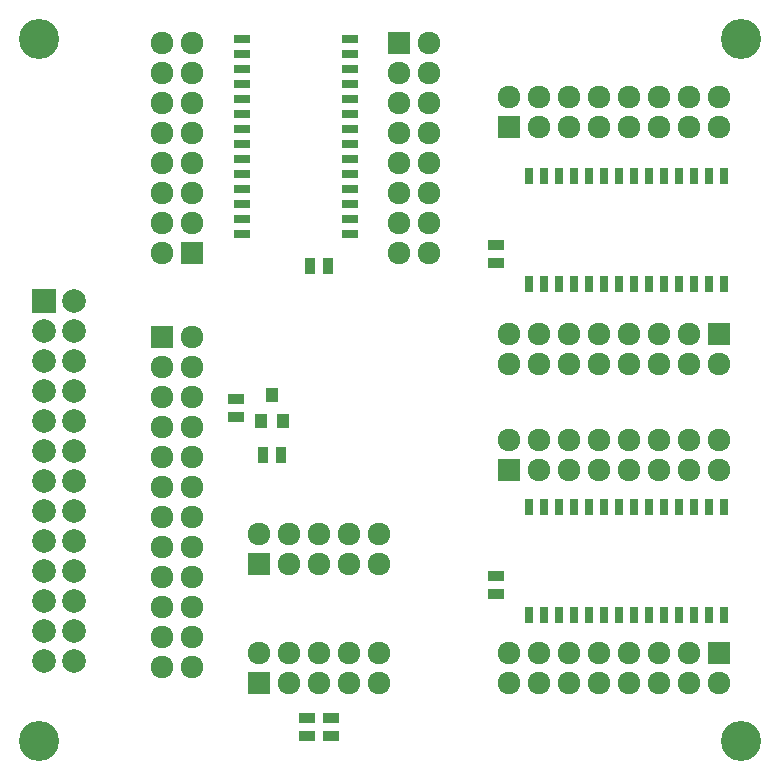
<source format=gts>
%FSLAX34Y34*%
G04 Gerber Fmt 3.4, Leading zero omitted, Abs format*
G04 (created by PCBNEW (2014-04-07 BZR 4791)-product) date Tue 13 May 2014 05:09:50 PM CEST*
%MOIN*%
G01*
G70*
G90*
G04 APERTURE LIST*
%ADD10C,0.003937*%
%ADD11R,0.075874X0.075874*%
%ADD12O,0.075874X0.075874*%
%ADD13C,0.133874*%
%ADD14R,0.052874X0.032874*%
%ADD15R,0.078740X0.078740*%
%ADD16C,0.078740*%
%ADD17R,0.032874X0.052874*%
%ADD18R,0.039374X0.047274*%
%ADD19R,0.027874X0.057874*%
%ADD20R,0.057874X0.027874*%
G04 APERTURE END LIST*
G54D10*
G54D11*
X36720Y-37751D03*
G54D12*
X35720Y-37751D03*
X36720Y-36751D03*
X35720Y-36751D03*
X36720Y-35751D03*
X35720Y-35751D03*
X36720Y-34751D03*
X35720Y-34751D03*
X36720Y-33751D03*
X35720Y-33751D03*
X36720Y-32751D03*
X35720Y-32751D03*
X36720Y-31751D03*
X35720Y-31751D03*
X36720Y-30751D03*
X35720Y-30751D03*
G54D11*
X43594Y-30751D03*
G54D12*
X44594Y-30751D03*
X43594Y-31751D03*
X44594Y-31751D03*
X43594Y-32751D03*
X44594Y-32751D03*
X43594Y-33751D03*
X44594Y-33751D03*
X43594Y-34751D03*
X44594Y-34751D03*
X43594Y-35751D03*
X44594Y-35751D03*
X43594Y-36751D03*
X44594Y-36751D03*
X43594Y-37751D03*
X44594Y-37751D03*
G54D11*
X47287Y-33570D03*
G54D12*
X47287Y-32570D03*
X48287Y-33570D03*
X48287Y-32570D03*
X49287Y-33570D03*
X49287Y-32570D03*
X50287Y-33570D03*
X50287Y-32570D03*
X51287Y-33570D03*
X51287Y-32570D03*
X52287Y-33570D03*
X52287Y-32570D03*
X53287Y-33570D03*
X53287Y-32570D03*
X54287Y-33570D03*
X54287Y-32570D03*
G54D11*
X54287Y-40444D03*
G54D12*
X54287Y-41444D03*
X53287Y-40444D03*
X53287Y-41444D03*
X52287Y-40444D03*
X52287Y-41444D03*
X51287Y-40444D03*
X51287Y-41444D03*
X50287Y-40444D03*
X50287Y-41444D03*
X49287Y-40444D03*
X49287Y-41444D03*
X48287Y-40444D03*
X48287Y-41444D03*
X47287Y-40444D03*
X47287Y-41444D03*
G54D11*
X35720Y-40562D03*
G54D12*
X36720Y-40562D03*
X35720Y-41562D03*
X36720Y-41562D03*
X35720Y-42562D03*
X36720Y-42562D03*
X35720Y-43562D03*
X36720Y-43562D03*
X35720Y-44562D03*
X36720Y-44562D03*
X35720Y-45562D03*
X36720Y-45562D03*
X35720Y-46562D03*
X36720Y-46562D03*
X35720Y-47562D03*
X36720Y-47562D03*
X35720Y-48562D03*
X36720Y-48562D03*
X35720Y-49562D03*
X36720Y-49562D03*
X35720Y-50562D03*
X36720Y-50562D03*
X35720Y-51562D03*
X36720Y-51562D03*
G54D13*
X31594Y-54035D03*
X55019Y-54035D03*
G54D11*
X38944Y-52074D03*
G54D12*
X38944Y-51074D03*
X39944Y-52074D03*
X39944Y-51074D03*
X40944Y-52074D03*
X40944Y-51074D03*
X41944Y-52074D03*
X41944Y-51074D03*
X42944Y-52074D03*
X42944Y-51074D03*
G54D13*
X31594Y-30610D03*
X55019Y-30610D03*
G54D14*
X40551Y-53843D03*
X40551Y-53243D03*
X41338Y-53843D03*
X41338Y-53243D03*
G54D15*
X31783Y-39370D03*
G54D16*
X32783Y-39370D03*
X31783Y-40370D03*
X32783Y-40370D03*
X31783Y-41370D03*
X32783Y-41370D03*
X31783Y-42370D03*
X32783Y-42370D03*
X31783Y-43370D03*
X32783Y-43370D03*
X31783Y-44370D03*
X32783Y-44370D03*
X31783Y-45370D03*
X32783Y-45370D03*
X31783Y-46370D03*
X32783Y-46370D03*
X31783Y-47370D03*
X32783Y-47370D03*
X31783Y-48370D03*
X32783Y-48370D03*
X31783Y-49370D03*
X32783Y-49370D03*
X31783Y-50370D03*
X32783Y-50370D03*
X31783Y-51370D03*
X32783Y-51370D03*
G54D14*
X38188Y-42613D03*
X38188Y-43213D03*
G54D17*
X41244Y-38188D03*
X40644Y-38188D03*
G54D14*
X46850Y-38095D03*
X46850Y-37495D03*
G54D17*
X39670Y-44488D03*
X39070Y-44488D03*
G54D18*
X39370Y-42480D03*
X39745Y-43346D03*
X38995Y-43346D03*
G54D11*
X38944Y-48137D03*
G54D12*
X38944Y-47137D03*
X39944Y-48137D03*
X39944Y-47137D03*
X40944Y-48137D03*
X40944Y-47137D03*
X41944Y-48137D03*
X41944Y-47137D03*
X42944Y-48137D03*
X42944Y-47137D03*
G54D11*
X47287Y-44988D03*
G54D12*
X47287Y-43988D03*
X48287Y-44988D03*
X48287Y-43988D03*
X49287Y-44988D03*
X49287Y-43988D03*
X50287Y-44988D03*
X50287Y-43988D03*
X51287Y-44988D03*
X51287Y-43988D03*
X52287Y-44988D03*
X52287Y-43988D03*
X53287Y-44988D03*
X53287Y-43988D03*
X54287Y-44988D03*
X54287Y-43988D03*
G54D11*
X54287Y-51074D03*
G54D12*
X54287Y-52074D03*
X53287Y-51074D03*
X53287Y-52074D03*
X52287Y-51074D03*
X52287Y-52074D03*
X51287Y-51074D03*
X51287Y-52074D03*
X50287Y-51074D03*
X50287Y-52074D03*
X49287Y-51074D03*
X49287Y-52074D03*
X48287Y-51074D03*
X48287Y-52074D03*
X47287Y-51074D03*
X47287Y-52074D03*
G54D19*
X47931Y-49831D03*
X48431Y-49831D03*
X48931Y-49831D03*
X49431Y-49831D03*
X49931Y-49831D03*
X50431Y-49831D03*
X50931Y-49831D03*
X51431Y-49831D03*
X51931Y-49831D03*
X52431Y-49831D03*
X52931Y-49831D03*
X53431Y-49831D03*
X53931Y-49831D03*
X54431Y-49831D03*
X54431Y-46231D03*
X53931Y-46231D03*
X53431Y-46231D03*
X52931Y-46231D03*
X52431Y-46231D03*
X51931Y-46231D03*
X51431Y-46231D03*
X50931Y-46231D03*
X50431Y-46231D03*
X49931Y-46231D03*
X49431Y-46231D03*
X48931Y-46231D03*
X48431Y-46231D03*
X47931Y-46231D03*
G54D20*
X41957Y-37108D03*
X41957Y-36608D03*
X41957Y-36108D03*
X41957Y-35608D03*
X41957Y-35108D03*
X41957Y-34608D03*
X41957Y-34108D03*
X41957Y-33608D03*
X41957Y-33108D03*
X41957Y-32608D03*
X41957Y-32108D03*
X41957Y-31608D03*
X41957Y-31108D03*
X41957Y-30608D03*
X38357Y-30608D03*
X38357Y-31108D03*
X38357Y-31608D03*
X38357Y-32108D03*
X38357Y-32608D03*
X38357Y-33108D03*
X38357Y-33608D03*
X38357Y-34108D03*
X38357Y-34608D03*
X38357Y-35108D03*
X38357Y-35608D03*
X38357Y-36108D03*
X38357Y-36608D03*
X38357Y-37108D03*
G54D19*
X47931Y-38807D03*
X48431Y-38807D03*
X48931Y-38807D03*
X49431Y-38807D03*
X49931Y-38807D03*
X50431Y-38807D03*
X50931Y-38807D03*
X51431Y-38807D03*
X51931Y-38807D03*
X52431Y-38807D03*
X52931Y-38807D03*
X53431Y-38807D03*
X53931Y-38807D03*
X54431Y-38807D03*
X54431Y-35207D03*
X53931Y-35207D03*
X53431Y-35207D03*
X52931Y-35207D03*
X52431Y-35207D03*
X51931Y-35207D03*
X51431Y-35207D03*
X50931Y-35207D03*
X50431Y-35207D03*
X49931Y-35207D03*
X49431Y-35207D03*
X48931Y-35207D03*
X48431Y-35207D03*
X47931Y-35207D03*
G54D14*
X46850Y-48518D03*
X46850Y-49118D03*
M02*

</source>
